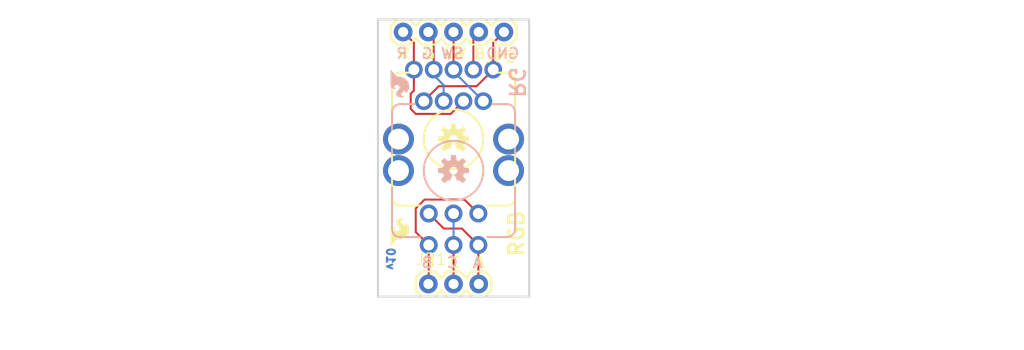
<source format=kicad_pcb>
(kicad_pcb (version 20211014) (generator pcbnew)
  (layers (0 "F.Cu" signal) (31 "B.Cu" signal) (34 "B.Paste" user) (35 "F.Paste" user) (36 "B.SilkS" user "B.Silkscreen") (37 "F.SilkS" user "F.Silkscreen") (38 "B.Mask" user) (39 "F.Mask" user) (44 "Edge.Cuts" user))
  (net 0 "")
  (net 1 "A")
  (net 2 "C")
  (net 3 "B")
  (net 4 "COMMON")
  (net 5 "RED")
  (net 6 "GREEN")
  (net 7 "SWITCH")
  (net 8 "BLUE")
  (footprint "boardEagle:SFE-LOGO-FLAME" (layer "F.Cu") (at 142.1511 113.8936)
    (fp_text reference "JP3" hide)
    (fp_text value "LOGO-SFESK" hide)
    (fp_poly (pts (xy 1.126002 -2.808203) (xy 1.215449 -2.785829) (xy 1.228477 -2.780783) (xy 1.240149 -2.774875) (xy 1.25686 -2.766576) (xy 1.275552 -2.759834) (xy 1.371694 -2.7026) (xy 1.3793 -2.7026) (xy 1.3793 -2.6772) (xy 1.306833 -2.6772) (xy 1.208418 -2.657914) (xy 1.074855 -2.495286) (xy 1.079365 -2.436825) (xy 1.12809 -2.341869) (xy 1.204666 -2.265196) (xy 1.294069 -2.200638) (xy 1.369348 -2.168824) (xy 1.450737 -2.171632) (xy 1.458864 -2.174186) (xy 1.466257 -2.177389) (xy 1.530514 -2.236956) (xy 1.5368 -2.259812) (xy 1.5368 -2.377938) (xy 1.763707 -2.148127) (xy 1.868186 -1.856841) (xy 1.871603 -1.856894) (xy 1.87806 -1.650435) (xy 1.848857 -1.45742) (xy 1.785308 -1.272842) (xy 1.6663 -1.061578) (xy 1.6663 -1.080581) (xy 1.378131 -0.80901) (xy 0.982239 -0.6985) (xy 0.753005 -0.6985) (xy 0.716201 -0.692046) (xy 0.681776 -0.679592) (xy 0.496322 -0.541784) (xy -0.0126 0.03091) (xy -0.0126 -1.52077) (xy 0.060004 -1.761967) (xy 0.168295 -1.865489) (xy 0.307122 -1.917522) (xy 0.4039 -1.925089) (xy 0.499384 -1.917623) (xy 0.55991 -1.908099) (xy 0.557788 -1.884433) (xy 0.522216 -1.885242) (xy 0.501784 -1.876141) (xy 0.420519 -1.817154) (xy 0.400722 -1.79067) (xy 0.390395 -1.7285) (xy 0.400905 -1.665229) (xy 0.421405 -1.625174) (xy 0.452343 -1.592685) (xy 0.546535 -1.54355) (xy 0.652229 -1.531742) (xy 0.742768 -1.550084) (xy 0.82422 -1.589656) (xy 0.92203 -1.754659) (xy 0.907706 -1.848844) (xy 0.850914 -1.930401) (xy 0.584707 -2.263237) (xy 0.561667 -2.510855) (xy 0.627495 -2.621556) (xy 0.629042 -2.623103) (xy 0.778901 -2.74712) (xy 1.032676 -2.817064)) (layer "F.SilkS") (width 0) (fill solid))
  )
  (footprint "boardEagle:ENCODER_LED_3_KIT" (layer "F.Cu") (at 148.5011 103.0986)
    (fp_text reference "SW1" hide)
    (fp_text value "" hide)
    (fp_line (start -5.3938 -6.7) (end -3.9 -6.7) (layer "F.SilkS") (width 0.2032))
    (fp_line (start 6.2 -1.7) (end 6.2 -5.8938) (layer "F.SilkS") (width 0.2032))
    (fp_line (start 5.3938 6.7) (end 3.4 6.7) (layer "F.SilkS") (width 0.2032))
    (fp_line (start 6.2 1.7) (end 6.2 5.8938) (layer "F.SilkS") (width 0.2032))
    (fp_line (start 5.3938 -6.7) (end 3.9 -6.7) (layer "F.SilkS") (width 0.2032))
    (fp_line (start -6.2 -1.7) (end -6.2 -5.8938) (layer "F.SilkS") (width 0.2032))
    (fp_line (start -5.3938 6.7) (end -3.4 6.7) (layer "F.SilkS") (width 0.2032))
    (fp_line (start -6.2 1.7) (end -6.2 5.8938) (layer "F.SilkS") (width 0.2032))
    (fp_arc (start 5.3938 -6.7) (mid 5.963869 -6.463869) (end 6.2 -5.8938) (layer "F.SilkS") (width 0.2032))
    (fp_arc (start -5.3938 6.7) (mid -5.963869 6.463869) (end -6.2 5.8938) (layer "F.SilkS") (width 0.2032))
    (fp_arc (start 6.2 5.8938) (mid 5.963869 6.463869) (end 5.3938 6.7) (layer "F.SilkS") (width 0.2032))
    (fp_arc (start -6.2 -5.8938) (mid -5.963869 -6.463869) (end -5.3938 -6.7) (layer "F.SilkS") (width 0.2032))
    (fp_circle (center 0 0) (end 3 0) (layer "F.SilkS") (width 0.2032) (fill none))
    (pad "1" thru_hole circle (at -4 -7) (size 1.778 1.778) (drill 1.1) (layers *.Cu) (net 5 "RED"))
    (pad "2" thru_hole circle (at -2 -7) (size 1.778 1.778) (drill 1.1) (layers *.Cu) (net 6 "GREEN"))
    (pad "3" thru_hole circle (at 0 -7) (size 1.778 1.778) (drill 1.1) (layers *.Cu) (net 7 "SWITCH"))
    (pad "4" thru_hole circle (at 2 -7) (size 1.778 1.778) (drill 1.1) (layers *.Cu) (net 8 "BLUE"))
    (pad "5" thru_hole circle (at 4 -7) (size 1.778 1.778) (drill 1.1) (layers *.Cu) (net 4 "COMMON"))
    (pad "A" thru_hole circle (at -2.5 7.5) (size 1.8 1.8) (drill 1.1) (layers *.Cu) (net 1 "A"))
    (pad "B" thru_hole circle (at 2.5 7.5) (size 1.8 1.8) (drill 1.1) (layers *.Cu) (net 3 "B"))
    (pad "C" thru_hole circle (at 0 7.5) (size 1.8 1.8) (drill 1.1) (layers *.Cu) (net 2 "C"))
    (pad "M1" thru_hole circle (at -5.55 0) (size 3.116 3.116) (drill 2.1) (layers *.Cu))
    (pad "M2" thru_hole circle (at 5.55 0) (size 3.116 3.116) (drill 2.1) (layers *.Cu))
  )
  (footprint "boardEagle:1X03" (layer "F.Cu") (at 145.9611 117.7036)
    (fp_text reference "JP1" (at -1.3462 -1.8288) (layer "F.SilkS") (effects (font (size 1.143 1.143) (thickness 0.127)) (justify left bottom)))
    (fp_text value "")
    (fp_line (start 0.635 1.27) (end -0.635 1.27) (layer "F.SilkS") (width 0.2032))
    (fp_line (start -1.27 0.635) (end -0.635 1.27) (layer "F.SilkS") (width 0.2032))
    (fp_line (start 0.635 -1.27) (end 1.27 -0.635) (layer "F.SilkS") (width 0.2032))
    (fp_line (start 1.27 -0.635) (end 1.905 -1.27) (layer "F.SilkS") (width 0.2032))
    (fp_line (start 3.175 -1.27) (end 3.81 -0.635) (layer "F.SilkS") (width 0.2032))
    (fp_line (start 4.445 1.27) (end 3.81 0.635) (layer "F.SilkS") (width 0.2032))
    (fp_line (start 5.715 -1.27) (end 6.35 -0.635) (layer "F.SilkS") (width 0.2032))
    (fp_line (start 3.81 0.635) (end 3.175 1.27) (layer "F.SilkS") (width 0.2032))
    (fp_line (start 4.445 -1.27) (end 5.715 -1.27) (layer "F.SilkS") (width 0.2032))
    (fp_line (start 3.175 1.27) (end 1.905 1.27) (layer "F.SilkS") (width 0.2032))
    (fp_line (start 6.35 -0.635) (end 6.35 0.635) (layer "F.SilkS") (width 0.2032))
    (fp_line (start 1.27 0.635) (end 0.635 1.27) (layer "F.SilkS") (width 0.2032))
    (fp_line (start 3.81 -0.635) (end 4.445 -1.27) (layer "F.SilkS") (width 0.2032))
    (fp_line (start -0.635 -1.27) (end 0.635 -1.27) (layer "F.SilkS") (width 0.2032))
    (fp_line (start 5.715 1.27) (end 4.445 1.27) (layer "F.SilkS") (width 0.2032))
    (fp_line (start -1.27 -0.635) (end -1.27 0.635) (layer "F.SilkS") (width 0.2032))
    (fp_line (start 6.35 0.635) (end 5.715 1.27) (layer "F.SilkS") (width 0.2032))
    (fp_line (start 1.905 1.27) (end 1.27 0.635) (layer "F.SilkS") (width 0.2032))
    (fp_line (start -0.635 -1.27) (end -1.27 -0.635) (layer "F.SilkS") (width 0.2032))
    (fp_line (start 1.905 -1.27) (end 3.175 -1.27) (layer "F.SilkS") (width 0.2032))
    (pad "1" thru_hole circle (at 0 0 90) (size 1.8796 1.8796) (drill 1.016) (layers *.Cu *.Mask) (net 3 "B"))
    (pad "2" thru_hole circle (at 2.54 0 90) (size 1.8796 1.8796) (drill 1.016) (layers *.Cu *.Mask) (net 2 "C"))
    (pad "3" thru_hole circle (at 5.08 0 90) (size 1.8796 1.8796) (drill 1.016) (layers *.Cu *.Mask) (net 1 "A"))
  )
  (footprint "boardEagle:OSHW-LOGO-S" (layer "F.Cu") (at 148.5011 103.0986)
    (fp_text reference "U$1" hide)
    (fp_text value "OSHW-LOGOS" hide)
    (fp_poly (pts (xy 0.301647 -1.061351) (xy 0.42347 -1.022344) (xy 0.537177 -0.963769) (xy 0.92862 -1.282946) (xy 1.282946 -0.92862) (xy 0.961035 -0.533823) (xy 1.057046 -0.302084) (xy 1.5638 -0.250561) (xy 1.5638 0.250561) (xy 1.057046 0.302084) (xy 0.961035 0.533823) (xy 1.282946 0.92862) (xy 0.92862 1.282946) (xy 0.537177 0.96377) (xy 0.356601 1.056794) (xy 0.088679 0.410073) (xy 0.326262 0.2176) (xy 0.373649 0.121468) (xy 0.392729 0.010339) (xy 0.379464 -0.101634) (xy 0.334947 -0.205229) (xy 0.262842 -0.291918) (xy 0.169087 -0.354561) (xy 0.061406 -0.387999) (xy -0.051342 -0.38948) (xy -0.159868 -0.358881) (xy -0.255234 -0.298724) (xy -0.329589 -0.213962) (xy -0.376813 -0.111569) (xy -0.392176 -0.005767) (xy -0.322923 0.222565) (xy -0.249312 0.303773) (xy 0.091677 0.5081) (xy -0.12929 0.5081) (xy -0.355332 1.053732) (xy -0.506597 0.983577) (xy -0.538922 0.965192) (xy -0.92862 1.282946) (xy -1.282946 0.92862) (xy -0.961035 0.533823) (xy -1.057046 0.302084) (xy -1.5638 0.250561) (xy -1.5638 -0.250561) (xy -1.057046 -0.302084) (xy -0.961035 -0.533823) (xy -1.282946 -0.92862) (xy -0.92862 -1.282946) (xy -0.533823 -0.961035) (xy -0.302084 -1.057046) (xy -0.250561 -1.5638) (xy 0.250561 -1.5638)) (layer "F.SilkS") (width 0) (fill solid))
  )
  (footprint "boardEagle:1X05" (layer "F.Cu") (at 153.5811 92.3036 180)
    (fp_text reference "JP2" (at -1.3462 -1.8288 180) (layer "F.SilkS") (effects (font (size 1.143 1.143) (thickness 0.127)) (justify right top)))
    (fp_text value "")
    (fp_line (start 1.27 -0.635) (end 1.905 -1.27) (layer "F.SilkS") (width 0.2032))
    (fp_line (start 9.525 -1.27) (end 10.795 -1.27) (layer "F.SilkS") (width 0.2032))
    (fp_line (start 6.985 -1.27) (end 8.255 -1.27) (layer "F.SilkS") (width 0.2032))
    (fp_line (start 1.905 -1.27) (end 3.175 -1.27) (layer "F.SilkS") (width 0.2032))
    (fp_line (start 11.43 -0.635) (end 11.43 0.635) (layer "F.SilkS") (width 0.2032))
    (fp_line (start 3.81 0.635) (end 3.175 1.27) (layer "F.SilkS") (width 0.2032))
    (fp_line (start 8.255 -1.27) (end 8.89 -0.635) (layer "F.SilkS") (width 0.2032))
    (fp_line (start 1.905 1.27) (end 1.27 0.635) (layer "F.SilkS") (width 0.2032))
    (fp_line (start -1.27 -0.635) (end -1.27 0.635) (layer "F.SilkS") (width 0.2032))
    (fp_line (start -0.635 -1.27) (end 0.635 -1.27) (layer "F.SilkS") (width 0.2032))
    (fp_line (start 8.255 1.27) (end 6.985 1.27) (layer "F.SilkS") (width 0.2032))
    (fp_line (start 0.635 -1.27) (end 1.27 -0.635) (layer "F.SilkS") (width 0.2032))
    (fp_line (start 3.81 -0.635) (end 4.445 -1.27) (layer "F.SilkS") (width 0.2032))
    (fp_line (start -0.635 -1.27) (end -1.27 -0.635) (layer "F.SilkS") (width 0.2032))
    (fp_line (start 6.35 0.635) (end 5.715 1.27) (layer "F.SilkS") (width 0.2032))
    (fp_line (start -1.27 0.635) (end -0.635 1.27) (layer "F.SilkS") (width 0.2032))
    (fp_line (start 11.43 0.635) (end 10.795 1.27) (layer "F.SilkS") (width 0.2032))
    (fp_line (start 6.985 -1.27) (end 6.35 -0.635) (layer "F.SilkS") (width 0.2032))
    (fp_line (start 3.175 1.27) (end 1.905 1.27) (layer "F.SilkS") (width 0.2032))
    (fp_line (start 4.445 1.27) (end 3.81 0.635) (layer "F.SilkS") (width 0.2032))
    (fp_line (start 10.795 1.27) (end 9.525 1.27) (layer "F.SilkS") (width 0.2032))
    (fp_line (start 9.525 1.27) (end 8.89 0.635) (layer "F.SilkS") (width 0.2032))
    (fp_line (start 10.795 -1.27) (end 11.43 -0.635) (layer "F.SilkS") (width 0.2032))
    (fp_line (start 0.635 1.27) (end -0.635 1.27) (layer "F.SilkS") (width 0.2032))
    (fp_line (start 8.89 0.635) (end 8.255 1.27) (layer "F.SilkS") (width 0.2032))
    (fp_line (start 8.89 -0.635) (end 9.525 -1.27) (layer "F.SilkS") (width 0.2032))
    (fp_line (start 3.175 -1.27) (end 3.81 -0.635) (layer "F.SilkS") (width 0.2032))
    (fp_line (start 6.35 0.635) (end 6.985 1.27) (layer "F.SilkS") (width 0.2032))
    (fp_line (start 5.715 1.27) (end 4.445 1.27) (layer "F.SilkS") (width 0.2032))
    (fp_line (start 5.715 -1.27) (end 6.35 -0.635) (layer "F.SilkS") (width 0.2032))
    (fp_line (start 4.445 -1.27) (end 5.715 -1.27) (layer "F.SilkS") (width 0.2032))
    (fp_line (start 1.27 0.635) (end 0.635 1.27) (layer "F.SilkS") (width 0.2032))
    (pad "1" thru_hole circle (at 0 0 270) (size 1.8796 1.8796) (drill 1.016) (layers *.Cu *.Mask) (net 4 "COMMON"))
    (pad "2" thru_hole circle (at 2.54 0 270) (size 1.8796 1.8796) (drill 1.016) (layers *.Cu *.Mask) (net 8 "BLUE"))
    (pad "3" thru_hole circle (at 5.08 0 270) (size 1.8796 1.8796) (drill 1.016) (layers *.Cu *.Mask) (net 7 "SWITCH"))
    (pad "4" thru_hole circle (at 7.62 0 270) (size 1.8796 1.8796) (drill 1.016) (layers *.Cu *.Mask) (net 6 "GREEN"))
    (pad "5" thru_hole circle (at 10.16 0 270) (size 1.8796 1.8796) (drill 1.016) (layers *.Cu *.Mask) (net 5 "RED"))
  )
  (footprint "boardEagle:CREATIVE_COMMONS" (layer "F.Cu") (at 123.1011 124.0536)
    (fp_text reference "FRAME1" hide)
    (fp_text value "FRAME-LETTER" hide)
  )
  (footprint "boardEagle:ENCODER_LED_2_KIT" (layer "B.Cu") (at 148.5011 106.2736 180)
    (fp_text reference "U1" hide)
    (fp_text value "ENCODER_2LEDKIT" hide)
    (fp_line (start -5.3938 6.7) (end -3.9 6.7) (layer "B.SilkS") (width 0.2032))
    (fp_line (start -6.2 1.7) (end -6.2 5.8938) (layer "B.SilkS") (width 0.2032))
    (fp_line (start 5.3938 -6.7) (end 3.4 -6.7) (layer "B.SilkS") (width 0.2032))
    (fp_line (start 6.2 1.7) (end 6.2 5.8938) (layer "B.SilkS") (width 0.2032))
    (fp_line (start -5.3938 -6.7) (end -3.4 -6.7) (layer "B.SilkS") (width 0.2032))
    (fp_line (start 5.3938 6.7) (end 3.9 6.7) (layer "B.SilkS") (width 0.2032))
    (fp_line (start -6.2 -1.7) (end -6.2 -5.8938) (layer "B.SilkS") (width 0.2032))
    (fp_line (start 6.2 -1.7) (end 6.2 -5.8938) (layer "B.SilkS") (width 0.2032))
    (fp_arc (start 6.2 5.8938) (mid 5.963869 6.463869) (end 5.3938 6.7) (layer "B.SilkS") (width 0.2032))
    (fp_arc (start 5.3938 -6.7) (mid 5.963869 -6.463869) (end 6.2 -5.8938) (layer "B.SilkS") (width 0.2032))
    (fp_arc (start -5.3938 6.7) (mid -5.963869 6.463869) (end -6.2 5.8938) (layer "B.SilkS") (width 0.2032))
    (fp_arc (start -6.2 -5.8938) (mid -5.963869 -6.463869) (end -5.3938 -6.7) (layer "B.SilkS") (width 0.2032))
    (fp_circle (center 0 0) (end 3 0) (layer "B.SilkS") (width 0.2032) (fill none))
    (pad "+G" thru_hole circle (at 1 7 180) (size 1.778 1.778) (drill 1.1) (layers *.Cu) (net 6 "GREEN"))
    (pad "+R" thru_hole circle (at -1 7 180) (size 1.778 1.778) (drill 1.1) (layers *.Cu) (net 5 "RED"))
    (pad "A" thru_hole circle (at -2.5 -7.5 180) (size 1.8 1.8) (drill 1.1) (layers *.Cu) (net 1 "A"))
    (pad "B" thru_hole circle (at 2.5 -7.5 180) (size 1.8 1.8) (drill 1.1) (layers *.Cu) (net 3 "B"))
    (pad "C" thru_hole circle (at 0 -7.5 180) (size 1.8 1.8) (drill 1.1) (layers *.Cu) (net 2 "C"))
    (pad "GND" thru_hole circle (at 3 7 180) (size 1.778 1.778) (drill 1.1) (layers *.Cu) (net 4 "COMMON"))
    (pad "P$1" thru_hole circle (at -5.55 0 180) (size 3.116 3.116) (drill 2.1) (layers *.Cu))
    (pad "P$2" thru_hole circle (at 5.55 0 180) (size 3.116 3.116) (drill 2.1) (layers *.Cu))
    (pad "SW" thru_hole circle (at -3 7 180) (size 1.778 1.778) (drill 1.1) (layers *.Cu) (net 7 "SWITCH"))
  )
  (footprint "boardEagle:SFE-LOGO-FLAME" (layer "B.Cu") (at 142.1511 96.1136)
    (fp_text reference "JP4" hide)
    (fp_text value "LOGO-SFESK" hide)
    (fp_poly (pts (xy 1.126002 2.808203) (xy 1.215449 2.785829) (xy 1.228477 2.780783) (xy 1.240149 2.774875) (xy 1.25686 2.766576) (xy 1.275552 2.759834) (xy 1.371694 2.7026) (xy 1.3793 2.7026) (xy 1.3793 2.6772) (xy 1.306833 2.6772) (xy 1.208418 2.657914) (xy 1.074855 2.495286) (xy 1.079365 2.436825) (xy 1.12809 2.341869) (xy 1.204666 2.265196) (xy 1.294069 2.200638) (xy 1.369348 2.168824) (xy 1.450737 2.171632) (xy 1.458864 2.174186) (xy 1.466257 2.177389) (xy 1.530514 2.236956) (xy 1.5368 2.259812) (xy 1.5368 2.377938) (xy 1.763707 2.148127) (xy 1.868186 1.856841) (xy 1.871603 1.856894) (xy 1.87806 1.650435) (xy 1.848857 1.45742) (xy 1.785308 1.272842) (xy 1.6663 1.061578) (xy 1.6663 1.080581) (xy 1.378131 0.80901) (xy 0.982239 0.6985) (xy 0.753005 0.6985) (xy 0.716201 0.692046) (xy 0.681776 0.679592) (xy 0.496322 0.541784) (xy -0.0126 -0.03091) (xy -0.0126 1.52077) (xy 0.060004 1.761967) (xy 0.168295 1.865489) (xy 0.307122 1.917522) (xy 0.4039 1.925089) (xy 0.499384 1.917623) (xy 0.55991 1.908099) (xy 0.557788 1.884433) (xy 0.522216 1.885242) (xy 0.501784 1.876141) (xy 0.420519 1.817154) (xy 0.400722 1.79067) (xy 0.390395 1.7285) (xy 0.400905 1.665229) (xy 0.421405 1.625174) (xy 0.452343 1.592685) (xy 0.546535 1.54355) (xy 0.652229 1.531742) (xy 0.742768 1.550084) (xy 0.82422 1.589656) (xy 0.92203 1.754659) (xy 0.907706 1.848844) (xy 0.850914 1.930401) (xy 0.584707 2.263237) (xy 0.561667 2.510855) (xy 0.627495 2.621556) (xy 0.629042 2.623103) (xy 0.778901 2.74712) (xy 1.032676 2.817064)) (layer "B.SilkS") (width 0) (fill solid))
  )
  (footprint "boardEagle:OSHW-LOGO-S" (layer "B.Cu") (at 148.5011 106.2736 180)
    (fp_text reference "U$2" hide)
    (fp_text value "OSHW-LOGOS" hide)
    (fp_poly (pts (xy 0.301647 1.061351) (xy 0.42347 1.022344) (xy 0.537177 0.963769) (xy 0.92862 1.282946) (xy 1.282946 0.92862) (xy 0.961035 0.533823) (xy 1.057046 0.302084) (xy 1.5638 0.250561) (xy 1.5638 -0.250561) (xy 1.057046 -0.302084) (xy 0.961035 -0.533823) (xy 1.282946 -0.92862) (xy 0.92862 -1.282946) (xy 0.537177 -0.96377) (xy 0.356601 -1.056794) (xy 0.088679 -0.410073) (xy 0.326262 -0.2176) (xy 0.373649 -0.121468) (xy 0.392729 -0.010339) (xy 0.379464 0.101634) (xy 0.334947 0.205229) (xy 0.262842 0.291918) (xy 0.169087 0.354561) (xy 0.061406 0.387999) (xy -0.051342 0.38948) (xy -0.159868 0.358881) (xy -0.255234 0.298724) (xy -0.329589 0.213962) (xy -0.376813 0.111569) (xy -0.392176 0.005767) (xy -0.322923 -0.222565) (xy -0.249312 -0.303773) (xy 0.091677 -0.5081) (xy -0.12929 -0.5081) (xy -0.355332 -1.053732) (xy -0.506597 -0.983577) (xy -0.538922 -0.965192) (xy -0.92862 -1.282946) (xy -1.282946 -0.92862) (xy -0.961035 -0.533823) (xy -1.057046 -0.302084) (xy -1.5638 -0.250561) (xy -1.5638 0.250561) (xy -1.057046 0.302084) (xy -0.961035 0.533823) (xy -1.282946 0.92862) (xy -0.92862 1.282946) (xy -0.533823 0.961035) (xy -0.302084 1.057046) (xy -0.250561 1.5638) (xy 0.250561 1.5638)) (layer "B.SilkS") (width 0) (fill solid))
  )
  (gr_line (start 140.8811 91.0336) (end 156.1211 91.0336) (layer "Edge.Cuts") (width 0.2032))
  (gr_line (start 156.1211 118.9736) (end 140.8811 118.9736) (layer "Edge.Cuts") (width 0.2032))
  (gr_line (start 156.1211 91.0336) (end 156.1211 118.9736) (layer "Edge.Cuts") (width 0.2032))
  (gr_line (start 140.8811 118.9736) (end 140.8811 91.0336) (layer "Edge.Cuts") (width 0.2032))
  (gr_text "v10" (at 142.1511 115.1636 -90) (layer "B.Cu") (effects (font (size 0.8128 0.8128) (thickness 0.2032)) (justify mirror)))
  (gr_text "R" (at 143.2941 94.4626) (layer "B.SilkS") (effects (font (size 1.0795 1.0795) (thickness 0.1905)) (justify mirror)))
  (gr_text "SW" (at 148.3741 94.4626) (layer "B.SilkS") (effects (font (size 1.0795 1.0795) (thickness 0.1905)) (justify mirror)))
  (gr_text "GND" (at 153.4541 94.4626) (layer "B.SilkS") (effects (font (size 1.0795 1.0795) (thickness 0.1905)) (justify mirror)))
  (gr_text "RG" (at 154.8511 97.3836 -90) (layer "B.SilkS") (effects (font (size 1.5113 1.5113) (thickness 0.2667)) (justify mirror)))
  (gr_text "B" (at 145.8341 115.5446) (layer "B.SilkS") (effects (font (size 1.0795 1.0795) (thickness 0.1905)) (justify mirror)))
  (gr_text "A" (at 150.9141 115.5446) (layer "B.SilkS") (effects (font (size 1.0795 1.0795) (thickness 0.1905)) (justify mirror)))
  (gr_text "C" (at 148.3741 115.5446) (layer "B.SilkS") (effects (font (size 1.0795 1.0795) (thickness 0.1905)) (justify mirror)))
  (gr_text "G" (at 145.8341 94.4626) (layer "B.SilkS") (effects (font (size 1.0795 1.0795) (thickness 0.1905)) (justify mirror)))
  (gr_text "C" (at 148.6281 115.5446) (layer "F.SilkS") (effects (font (size 1.0795 1.0795) (thickness 0.1905))))
  (gr_text "A" (at 151.1681 115.5446) (layer "F.SilkS") (effects (font (size 1.0795 1.0795) (thickness 0.1905))))
  (gr_text "B" (at 146.0881 115.5446) (layer "F.SilkS") (effects (font (size 1.0795 1.0795) (thickness 0.1905))))
  (gr_text "RGB" (at 154.8511 112.6236 90) (layer "F.SilkS") (effects (font (size 1.5113 1.5113) (thickness 0.2667))))
  (gr_text "B" (at 151.1681 94.4626) (layer "F.SilkS") (effects (font (size 1.0795 1.0795) (thickness 0.1905))))
  (gr_text "R" (at 143.5481 94.4626) (layer "F.SilkS") (effects (font (size 1.0795 1.0795) (thickness 0.1905))))
  (gr_text "G" (at 146.0881 94.4626) (layer "F.SilkS") (effects (font (size 1.0795 1.0795) (thickness 0.1905))))
  (gr_text "SW" (at 148.6281 94.4626) (layer "F.SilkS") (effects (font (size 1.0795 1.0795) (thickness 0.1905))))
  (gr_text "+" (at 153.7081 94.4626) (layer "F.SilkS") (effects (font (size 1.0795 1.0795) (thickness 0.1905))))
  (segment (start 151.0011 113.7736) (end 149.3431 112.1156) (width 0.2032) (layer "F.Cu") (net 1))
  (segment (start 149.3431 112.1156) (end 147.5181 112.1156) (width 0.2032) (layer "F.Cu") (net 1))
  (segment (start 151.0011 113.7736) (end 151.0011 117.6636) (width 0.2032) (layer "F.Cu") (net 1))
  (segment (start 147.5181 112.1156) (end 146.0011 110.5986) (width 0.2032) (layer "F.Cu") (net 1))
  (segment (start 151.0011 117.6636) (end 151.0411 117.7036) (width 0.2032) (layer "F.Cu") (net 1))
  (segment (start 148.5011 117.7036) (end 148.5011 113.7736) (width 0.2032) (layer "F.Cu") (net 2))
  (segment (start 148.5011 113.7736) (end 148.5011 110.5986) (width 0.2032) (layer "B.Cu") (net 2))
  (segment (start 146.0011 117.6636) (end 145.9611 117.7036) (width 0.2032) (layer "F.Cu") (net 3))
  (segment (start 145.5801 109.1946) (end 149.5971 109.1946) (width 0.2032) (layer "F.Cu") (net 3))
  (segment (start 144.6911 110.0836) (end 145.5801 109.1946) (width 0.2032) (layer "F.Cu") (net 3))
  (segment (start 146.0011 113.7736) (end 146.0011 117.6636) (width 0.2032) (layer "F.Cu") (net 3))
  (segment (start 146.0011 113.7736) (end 144.6911 112.4636) (width 0.2032) (layer "F.Cu") (net 3))
  (segment (start 144.6911 112.4636) (end 144.6911 110.0836) (width 0.2032) (layer "F.Cu") (net 3))
  (segment (start 149.5971 109.1946) (end 151.0011 110.5986) (width 0.2032) (layer "F.Cu") (net 3))
  (segment (start 150.8351 97.7646) (end 152.5011 96.0986) (width 0.2032) (layer "F.Cu") (net 4))
  (segment (start 152.5011 93.3836) (end 153.5811 92.3036) (width 0.2032) (layer "F.Cu") (net 4))
  (segment (start 147.0101 97.7646) (end 150.8351 97.7646) (width 0.2032) (layer "F.Cu") (net 4))
  (segment (start 145.5011 99.2736) (end 147.0101 97.7646) (width 0.2032) (layer "F.Cu") (net 4))
  (segment (start 152.5011 96.0986) (end 152.5011 93.3836) (width 0.2032) (layer "F.Cu") (net 4))
  (segment (start 144.5011 96.0986) (end 144.5011 98.2086) (width 0.2032) (layer "F.Cu") (net 5))
  (segment (start 144.5011 96.0986) (end 144.5011 93.3836) (width 0.2032) (layer "F.Cu") (net 5))
  (segment (start 144.5011 98.2086) (end 144.1831 98.5266) (width 0.2032) (layer "F.Cu") (net 5))
  (segment (start 149.5011 99.2736) (end 148.2161 100.5586) (width 0.2032) (layer "F.Cu") (net 5))
  (segment (start 144.1831 100.0506) (end 144.1831 98.5266) (width 0.2032) (layer "F.Cu") (net 5))
  (segment (start 148.2161 100.5586) (end 144.6911 100.5586) (width 0.2032) (layer "F.Cu") (net 5))
  (segment (start 144.5011 93.3836) (end 143.4211 92.3036) (width 0.2032) (layer "F.Cu") (net 5))
  (segment (start 144.6911 100.5586) (end 144.1831 100.0506) (width 0.2032) (layer "F.Cu") (net 5))
  (segment (start 146.5011 96.0986) (end 146.5011 92.8436) (width 0.2032) (layer "F.Cu") (net 6))
  (segment (start 146.5011 92.8436) (end 145.9611 92.3036) (width 0.2032) (layer "F.Cu") (net 6))
  (segment (start 146.5011 96.6536) (end 146.5011 96.0986) (width 0.2032) (layer "B.Cu") (net 6))
  (segment (start 147.5011 99.2736) (end 147.5011 97.6536) (width 0.2032) (layer "B.Cu") (net 6))
  (segment (start 147.5011 97.6536) (end 146.5011 96.6536) (width 0.2032) (layer "B.Cu") (net 6))
  (segment (start 148.5011 96.0986) (end 148.5011 92.3036) (width 0.2032) (layer "F.Cu") (net 7))
  (segment (start 151.5011 99.2736) (end 148.5011 96.2736) (width 0.2032) (layer "B.Cu") (net 7))
  (segment (start 148.5011 96.2736) (end 148.5011 96.0986) (width 0.2032) (layer "B.Cu") (net 7))
  (segment (start 150.5011 92.8436) (end 151.0411 92.3036) (width 0.2032) (layer "F.Cu") (net 8))
  (segment (start 150.5011 96.0986) (end 150.5011 92.8436) (width 0.2032) (layer "F.Cu") (net 8))
)
</source>
